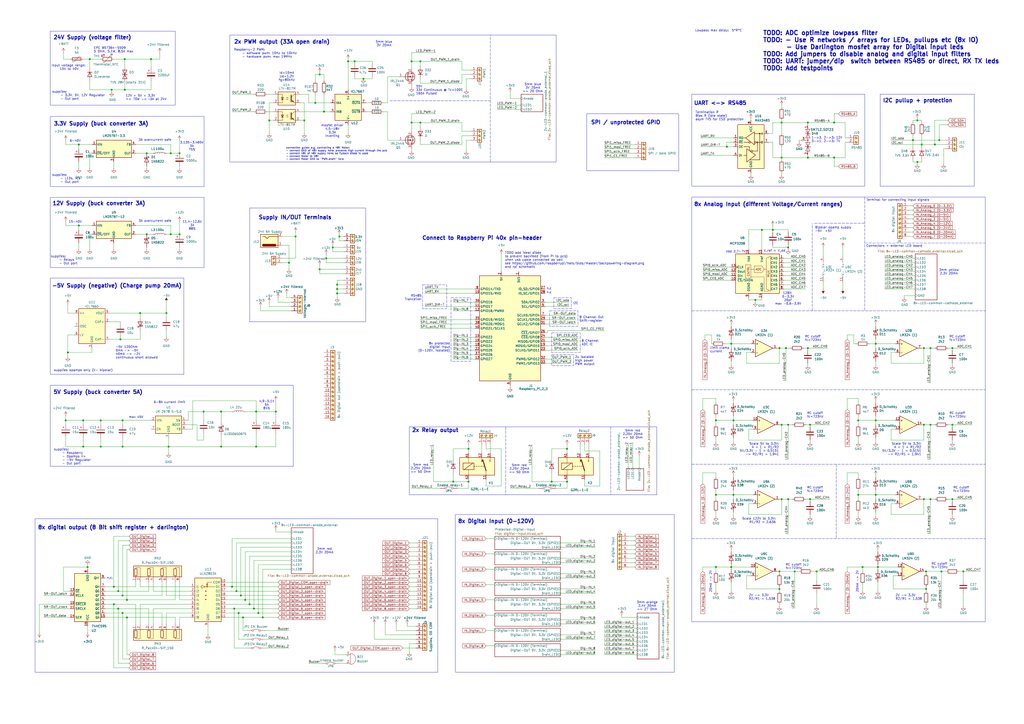
<source format=kicad_sch>
(kicad_sch
	(version 20231120)
	(generator "eeschema")
	(generator_version "8.0")
	(uuid "af4d11a6-73e1-4c39-a25e-5fe7dfa07237")
	(paper "A2")
	
	(junction
		(at 139.7 345.44)
		(diameter 0)
		(color 0 0 0 0)
		(uuid "01a8e618-7e14-4882-9136-a12536116a47")
	)
	(junction
		(at 48.26 259.08)
		(diameter 0)
		(color 0 0 0 0)
		(uuid "04e54955-95ed-4070-adbb-7cee1b2c7a8b")
	)
	(junction
		(at 135.89 353.06)
		(diameter 0)
		(color 0 0 0 0)
		(uuid "05eca1c0-0042-44d8-82a8-b1f48175c33d")
	)
	(junction
		(at 483.87 91.44)
		(diameter 0)
		(color 0 0 0 0)
		(uuid "06f335d7-63de-4572-a20a-022b6c7f93c9")
	)
	(junction
		(at 542.29 83.82)
		(diameter 0)
		(color 0 0 0 0)
		(uuid "072c8fc6-89d0-4715-8ea4-dd9134761f17")
	)
	(junction
		(at 529.59 81.28)
		(diameter 0)
		(color 0 0 0 0)
		(uuid "07823899-5798-4592-8eff-8b1fe5858f30")
	)
	(junction
		(at 210.82 45.72)
		(diameter 0)
		(color 0 0 0 0)
		(uuid "0c7b1ae2-c684-4906-92c2-8dfa0b9613b9")
	)
	(junction
		(at 182.88 59.69)
		(diameter 0)
		(color 0 0 0 0)
		(uuid "0eedc99b-ff42-4961-8286-6066dee5c8fe")
	)
	(junction
		(at 455.93 201.93)
		(diameter 0)
		(color 0 0 0 0)
		(uuid "0fefb793-9883-40a2-bd83-f35b47e8dbdb")
	)
	(junction
		(at 66.04 340.36)
		(diameter 0)
		(color 0 0 0 0)
		(uuid "10026633-9ac7-4b72-aa53-10151f42da81")
	)
	(junction
		(at 71.12 243.84)
		(diameter 0)
		(color 0 0 0 0)
		(uuid "105d8991-ac05-4276-b194-5060bc474cf0")
	)
	(junction
		(at 424.18 328.93)
		(diameter 0)
		(color 0 0 0 0)
		(uuid "11161079-c1a9-4ebe-8de9-fa873f6e9640")
	)
	(junction
		(at 176.53 69.85)
		(diameter 0)
		(color 0 0 0 0)
		(uuid "11580b8b-6675-41d3-b33d-e1ed958eda93")
	)
	(junction
		(at 152.4 358.14)
		(diameter 0)
		(color 0 0 0 0)
		(uuid "119c3b35-4b9f-4318-9220-02559deba15e")
	)
	(junction
		(at 185.42 43.18)
		(diameter 0)
		(color 0 0 0 0)
		(uuid "14ee932b-b4bf-415b-ab21-01e0b930417b")
	)
	(junction
		(at 39.37 204.47)
		(diameter 0)
		(color 0 0 0 0)
		(uuid "16107448-b037-4021-a9bb-1fb19d6f36c7")
	)
	(junction
		(at 468.63 71.12)
		(diameter 0)
		(color 0 0 0 0)
		(uuid "1827b75e-5515-4844-a399-117e6918fd73")
	)
	(junction
		(at 532.13 93.98)
		(diameter 0)
		(color 0 0 0 0)
		(uuid "1c476741-4a7f-44e7-a84a-5b0fc50d1df8")
	)
	(junction
		(at 72.39 52.07)
		(diameter 0)
		(color 0 0 0 0)
		(uuid "1ca1e8b3-a925-433d-8b97-4bcdb1b98a40")
	)
	(junction
		(at 457.2 246.38)
		(diameter 0)
		(color 0 0 0 0)
		(uuid "209182a8-b4b9-40cd-b5b2-bd90b860e927")
	)
	(junction
		(at 461.01 331.47)
		(diameter 0)
		(color 0 0 0 0)
		(uuid "2108f88e-bd30-4e37-bd43-f81a6b0a951c")
	)
	(junction
		(at 271.78 260.35)
		(diameter 0)
		(color 0 0 0 0)
		(uuid "213f96fc-26d9-4cf1-83bd-f4336ef00b81")
	)
	(junction
		(at 320.04 279.4)
		(diameter 0)
		(color 0 0 0 0)
		(uuid "236f3f4e-76e9-4351-baf1-7665cdb427aa")
	)
	(junction
		(at 144.78 350.52)
		(diameter 0)
		(color 0 0 0 0)
		(uuid "24719f92-8210-4aa7-b4fb-885fcf560860")
	)
	(junction
		(at 128.27 238.76)
		(diameter 0)
		(color 0 0 0 0)
		(uuid "28045595-b22a-4b06-9953-9f52298bbfc3")
	)
	(junction
		(at 425.45 287.02)
		(diameter 0)
		(color 0 0 0 0)
		(uuid "28934ae1-6d54-433a-8602-d8951919fe72")
	)
	(junction
		(at 238.76 35.56)
		(diameter 0)
		(color 0 0 0 0)
		(uuid "2a544a35-89e9-4403-a76e-deca404b0df4")
	)
	(junction
		(at 453.39 71.12)
		(diameter 0)
		(color 0 0 0 0)
		(uuid "2d47b40e-d23f-458b-8bda-f40f4a63d16c")
	)
	(junction
		(at 415.29 287.02)
		(diameter 0)
		(color 0 0 0 0)
		(uuid "2f3e2706-66a2-4ddc-84d7-d0f87e408bee")
	)
	(junction
		(at 52.07 34.29)
		(diameter 0)
		(color 0 0 0 0)
		(uuid "323916cf-5786-4346-bdcd-89c81cb32737")
	)
	(junction
		(at 171.45 137.16)
		(diameter 0)
		(color 0 0 0 0)
		(uuid "36c7ffc8-59d3-497b-8dce-a7b0d2f66aca")
	)
	(junction
		(at 185.42 156.21)
		(diameter 0)
		(color 0 0 0 0)
		(uuid "36d68065-ce7c-4d04-bfc0-73baed985380")
	)
	(junction
		(at 48.26 243.84)
		(diameter 0)
		(color 0 0 0 0)
		(uuid "383ef42e-22d7-43b3-89d3-2af42737728c")
	)
	(junction
		(at 535.94 246.38)
		(diameter 0)
		(color 0 0 0 0)
		(uuid "3ae78f7f-94a6-4485-a6b5-d7ce73e1abef")
	)
	(junction
		(at 50.8 328.93)
		(diameter 0)
		(color 0 0 0 0)
		(uuid "3c754c5e-b249-46c4-9d05-9f550316aca5")
	)
	(junction
		(at 415.29 328.93)
		(diameter 0)
		(color 0 0 0 0)
		(uuid "3e62f561-0d72-4e6a-934a-49655edcba7a")
	)
	(junction
		(at 196.85 137.16)
		(diameter 0)
		(color 0 0 0 0)
		(uuid "4165b357-897a-49f2-9ef7-d976d8e6b00f")
	)
	(junction
		(at 58.42 243.84)
		(diameter 0)
		(color 0 0 0 0)
		(uuid "422bc740-9691-4697-b466-286d91cb40aa")
	)
	(junction
		(at 448.31 133.35)
		(diameter 0)
		(color 0 0 0 0)
		(uuid "42f8f2a2-d4f1-4f85-a7f3-af76fd15f334")
	)
	(junction
		(at 81.28 181.61)
		(diameter 0)
		(color 0 0 0 0)
		(uuid "49b65474-3c4a-461b-8a68-40a6b20540ce")
	)
	(junction
		(at 535.94 201.93)
		(diameter 0)
		(color 0 0 0 0)
		(uuid "4c28afa4-cb18-4457-bfd3-5c53dabd8baa")
	)
	(junction
		(at 66.04 350.52)
		(diameter 0)
		(color 0 0 0 0)
		(uuid "4dd49bce-72c0-4885-aaa1-4fc2ceee5ed9")
	)
	(junction
		(at 438.15 173.99)
		(diameter 0)
		(color 0 0 0 0)
		(uuid "4e57230f-aabe-47d0-b863-f2adc3d1ffe4")
	)
	(junction
		(at 537.21 331.47)
		(diameter 0)
		(color 0 0 0 0)
		(uuid "51a2075d-152f-4706-892e-e33346bc5c7c")
	)
	(junction
		(at 469.9 289.56)
		(diameter 0)
		(color 0 0 0 0)
		(uuid "5350fbf4-d95b-437a-9686-20f0bf58d3a4")
	)
	(junction
		(at 534.67 83.82)
		(diameter 0)
		(color 0 0 0 0)
		(uuid "53d66afe-70cb-456e-9b1b-03e37a30427c")
	)
	(junction
		(at 535.94 289.56)
		(diameter 0)
		(color 0 0 0 0)
		(uuid "5453c15f-3da7-498f-b4d4-eefd4a32800e")
	)
	(junction
		(at 71.12 259.08)
		(diameter 0)
		(color 0 0 0 0)
		(uuid "548e2dfb-04f2-4d21-ab49-d803782e4bea")
	)
	(junction
		(at 497.84 243.84)
		(diameter 0)
		(color 0 0 0 0)
		(uuid "57a339c8-b411-45ff-a169-a3416d23d890")
	)
	(junction
		(at 328.93 279.4)
		(diameter 0)
		(color 0 0 0 0)
		(uuid "58641e9a-dfea-4a17-a599-d3f20704b922")
	)
	(junction
		(at 104.14 135.89)
		(diameter 0)
		(color 0 0 0 0)
		(uuid "5b0eb3d4-c4be-4d9b-9e7b-ef02c7a05fa6")
	)
	(junction
		(at 552.45 246.38)
		(diameter 0)
		(color 0 0 0 0)
		(uuid "5fd46808-879e-44b8-af18-96d3e87ab16f")
	)
	(junction
		(at 104.14 88.9)
		(diameter 0)
		(color 0 0 0 0)
		(uuid "6030d6cb-547f-4627-bb7a-29b5d50e2d7c")
	)
	(junction
		(at 532.13 69.85)
		(diameter 0)
		(color 0 0 0 0)
		(uuid "60649139-4bdd-472e-9af5-360b27505cfe")
	)
	(junction
		(at 45.72 83.82)
		(diameter 0)
		(color 0 0 0 0)
		(uuid "61300700-7a6f-4cf0-89e3-de24251aaf76")
	)
	(junction
		(at 500.38 328.93)
		(diameter 0)
		(color 0 0 0 0)
		(uuid "628c5c50-25e2-4f91-8c48-b88818b7ae22")
	)
	(junction
		(at 508 243.84)
		(diameter 0)
		(color 0 0 0 0)
		(uuid "681b0c0c-503e-42b4-b413-9d8b61948eb7")
	)
	(junction
		(at 189.23 149.86)
		(diameter 0)
		(color 0 0 0 0)
		(uuid "6cf7d574-f4cc-4d2d-aaa4-333b42743989")
	)
	(junction
		(at 201.93 35.56)
		(diameter 0)
		(color 0 0 0 0)
		(uuid "6f8dae14-e5bb-4ed3-8136-992dd6b276bb")
	)
	(junction
		(at 441.96 133.35)
		(diameter 0)
		(color 0 0 0 0)
		(uuid "71c80c36-cea0-487c-bcb3-ac90e6cf6909")
	)
	(junction
		(at 99.06 135.89)
		(diameter 0)
		(color 0 0 0 0)
		(uuid "72aa6fa5-05f9-4fb4-9b06-f61f0b76719e")
	)
	(junction
		(at 497.84 287.02)
		(diameter 0)
		(color 0 0 0 0)
		(uuid "72cd6455-fb65-4b52-8421-80100f0ddc8f")
	)
	(junction
		(at 68.58 342.9)
		(diameter 0)
		(color 0 0 0 0)
		(uuid "751fb691-f4d4-4afb-8c99-237d44216e6a")
	)
	(junction
		(at 142.24 347.98)
		(diameter 0)
		(color 0 0 0 0)
		(uuid "75331210-328d-4b01-a051-ab734c1e4329")
	)
	(junction
		(at 160.02 238.76)
		(diameter 0)
		(color 0 0 0 0)
		(uuid "75c001cd-17a9-469a-b125-e6fab77c80b6")
	)
	(junction
		(at 457.2 143.51)
		(diameter 0)
		(color 0 0 0 0)
		(uuid "7b6a19d9-d84c-4ace-9ad2-e52657e5669a")
	)
	(junction
		(at 96.52 181.61)
		(diameter 0)
		(color 0 0 0 0)
		(uuid "7e3134f9-4b48-4e64-b337-949ca5145048")
	)
	(junction
		(at 167.64 152.4)
		(diameter 0)
		(color 0 0 0 0)
		(uuid "7e34b571-ccc5-431c-9beb-4c51058dace2")
	)
	(junction
		(at 452.12 331.47)
		(diameter 0)
		(color 0 0 0 0)
		(uuid "7eee6ae0-e862-4cf5-a20a-077da3b5824a")
	)
	(junction
		(at 552.45 201.93)
		(diameter 0)
		(color 0 0 0 0)
		(uuid "85be4b5b-1dd3-4429-a51f-714f415e4cb3")
	)
	(junction
		(at 58.42 259.08)
		(diameter 0)
		(color 0 0 0 0)
		(uuid "8858408f-f194-4c4f-bd3d-5f79bdeb0f2d")
	)
	(junction
		(at 195.58 165.1)
		(diameter 0)
		(color 0 0 0 0)
		(uuid "88c2711e-5b03-40e9-b711-09a368eecd39")
	)
	(junction
		(at 148.59 259.08)
		(diameter 0)
		(color 0 0 0 0)
		(uuid "89ab178e-a455-4ee1-9c37-6616d82dbbfd")
	)
	(junction
		(at 99.06 88.9)
		(diameter 0)
		(color 0 0 0 0)
		(uuid "8a14436b-3658-4869-9928-b6970ddfd0dd")
	)
	(junction
		(at 425.45 243.84)
		(diameter 0)
		(color 0 0 0 0)
		(uuid "8c0d1323-aeaa-4fdf-940b-e96e8f624588")
	)
	(junction
		(at 508 287.02)
		(diameter 0)
		(color 0 0 0 0)
		(uuid "8c384515-970b-4a9b-9d25-34f7c7cf5a31")
	)
	(junction
		(at 205.74 35.56)
		(diameter 0)
		(color 0 0 0 0)
		(uuid "900094c6-ad82-42ce-b9e4-bbff1fbd4f7d")
	)
	(junction
		(at 45.72 130.81)
		(diameter 0)
		(color 0 0 0 0)
		(uuid "9ce26f46-c13d-457f-b7ea-3cb9a3964209")
	)
	(junction
		(at 87.63 34.29)
		(diameter 0)
		(color 0 0 0 0)
		(uuid "9e5cf790-7802-46af-ab1e-37a6016aa652")
	)
	(junction
		(at 537.21 341.63)
		(diameter 0)
		(color 0 0 0 0)
		(uuid "9f9cd4a1-53b7-4b90-939d-1f42f0144daf")
	)
	(junction
		(at 71.12 345.44)
		(diameter 0)
		(color 0 0 0 0)
		(uuid "a02a0c35-7237-4690-930d-ae7d81a03d46")
	)
	(junction
		(at 148.59 238.76)
		(diameter 0)
		(color 0 0 0 0)
		(uuid "a1035066-f2bd-42c1-b35e-660253af95e6")
	)
	(junction
		(at 156.21 69.85)
		(diameter 0)
		(color 0 0 0 0)
		(uuid "a156600e-b17b-40ee-9338-2875dd6af119")
	)
	(junction
		(at 38.1 243.84)
		(diameter 0)
		(color 0 0 0 0)
		(uuid "a1588343-c251-454b-b53e-fff8eaaaa3ac")
	)
	(junction
		(at 421.64 85.09)
		(diameter 0)
		(color 0 0 0 0)
		(uuid "a3b0547d-f7ce-442b-817a-271db96a0661")
	)
	(junction
		(at 457.2 289.56)
		(diameter 0)
		(color 0 0 0 0)
		(uuid "a647ae42-673a-4b30-ba91-f5c0de2d1fb1")
	)
	(junction
		(at 415.29 243.84)
		(diameter 0)
		(color 0 0 0 0)
		(uuid "a8916f2a-3760-4408-a711-e8008e50a42d")
	)
	(junction
		(at 552.45 289.56)
		(diameter 0)
		(color 0 0 0 0)
		(uuid "a8b20a5e-2fbe-4704-8e22-2faf27846df8")
	)
	(junction
		(at 469.9 246.38)
		(diameter 0)
		(color 0 0 0 0)
		(uuid "aad29792-d123-4844-9da8-1df2be24a9d5")
	)
	(junction
		(at 509.27 328.93)
		(diameter 0)
		(color 0 0 0 0)
		(uuid "ab657e53-e46e-4daf-86ec-72046f57a401")
	)
	(junction
		(at 262.89 279.4)
		(diameter 0)
		(color 0 0 0 0)
		(uuid "ac1970be-fc9a-493a-b832-4f526b5d8a6f")
	)
	(junction
		(at 544.83 81.28)
		(diameter 0)
		(color 0 0 0 0)
		(uuid "ac4ac232-9a0f-4efe-bd40-aa7c1fcbaeed")
	)
	(junction
		(at 64.77 52.07)
		(diameter 0)
		(color 0 0 0 0)
		(uuid "aec62089-2d46-4a73-8fe2-9440797f680d")
	)
	(junction
		(at 193.04 143.51)
		(diameter 0)
		(color 0 0 0 0)
		(uuid "afe0a47e-780f-4d3f-922b-cf183727c03c")
	)
	(junction
		(at 140.97 358.14)
		(diameter 0)
		(color 0 0 0 0)
		(uuid "b03b65c9-d63a-4b4e-b4bc-bfd5bb85047b")
	)
	(junction
		(at 128.27 259.08)
		(diameter 0)
		(color 0 0 0 0)
		(uuid "b129a554-6918-436f-b908-937c28939470")
	)
	(junction
		(at 137.16 342.9)
		(diameter 0)
		(color 0 0 0 0)
		(uuid "b2e04b3a-0203-4e9b-b5fb-44711c9651f5")
	)
	(junction
		(at 195.58 167.64)
		(diameter 0)
		(color 0 0 0 0)
		(uuid "b2e8f750-2b92-45ce-8a68-634998755450")
	)
	(junction
		(at 85.09 135.89)
		(diameter 0)
		(color 0 0 0 0)
		(uuid "b75be159-2e10-4f46-b206-2354b78b9157")
	)
	(junction
		(at 483.87 71.12)
		(diameter 0)
		(color 0 0 0 0)
		(uuid "b75f83a7-ff43-422c-8aef-b23c65dc9f58")
	)
	(junction
		(at 452.12 341.63)
		(diameter 0)
		(color 0 0 0 0)
		(uuid "bc0e8895-a168-4b32-a3ae-032222041331")
	)
	(junction
		(at 85.09 88.9)
		(diameter 0)
		(color 0 0 0 0)
		(uuid "bcb07714-ac5e-4281-b3c3-552386782e56")
	)
	(junction
		(at 328.93 260.35)
		(diameter 0)
		(color 0 0 0 0)
		(uuid "c25e2208-2d4a-4a5d-b1b6-520bc7405c20")
	)
	(junction
		(at 71.12 355.6)
		(diameter 0)
		(color 0 0 0 0)
		(uuid "c2a7d60c-8406-4629-9f9f-20facc991908")
	)
	(junction
		(at 238.76 71.12)
		(diameter 0)
		(color 0 0 0 0)
		(uuid "c583ebaa-dbb1-42bf-9503-cd46d9d9c934")
	)
	(junction
		(at 424.18 199.39)
		(diameter 0)
		(color 0 0 0 0)
		(uuid "c5e0eb5b-7c3b-45d6-94c4-c8f1aeb4edda")
	)
	(junction
		(at 558.8 331.47)
		(diameter 0)
		(color 0 0 0 0)
		(uuid "c6fd9455-a40f-495c-b522-dad68ccccb40")
	)
	(junction
		(at 68.58 353.06)
		(diameter 0)
		(color 0 0 0 0)
		(uuid "c7252f51-5593-44ea-9ef0-15644cb2b836")
	)
	(junction
		(at 468.63 201.93)
		(diameter 0)
		(color 0 0 0 0)
		(uuid "c9a1a788-271b-4313-91ac-1eb41a1be2d1")
	)
	(junction
		(at 73.66 347.98)
		(diameter 0)
		(color 0 0 0 0)
		(uuid "ca97fd06-a20b-4255-9402-c6f0775648c9")
	)
	(junction
		(at 539.75 289.56)
		(diameter 0)
		(color 0 0 0 0)
		(uuid "cce9ddbf-6d0b-4bc9-aa3e-08b573ecddaa")
	)
	(junction
		(at 149.86 355.6)
		(diameter 0)
		(color 0 0 0 0)
		(uuid "cdb7cae5-fc07-4bbc-8ee6-837fb3913bf1")
	)
	(junction
		(at 539.75 246.38)
		(diameter 0)
		(color 0 0 0 0)
		(uuid "cef5d492-924d-4b16-915e-16292a4ec979")
	)
	(junction
		(at 546.1 331.47)
		(diameter 0)
		(color 0 0 0 0)
		(uuid "d3002e4b-d3e1-40cc-9b8a-5d2c7334c6dd")
	)
	(junction
		(at 539.75 201.93)
		(diameter 0)
		(color 0 0 0 0)
		(uuid "d5958f52-db39-4d96-9f5c-46cc0e0a9c13")
	)
	(junction
		(at 468.63 91.44)
		(diameter 0)
		(color 0 0 0 0)
		(uuid "d5f0980c-b894-41c8-ad9a-99d84da95533")
	)
	(junction
		(at 243.84 71.12)
		(diameter 0)
		(color 0 0 0 0)
		(uuid "d7f6abff-a394-48b0-8295-d13e407a04cb")
	)
	(junction
		(at 72.39 34.29)
		(diameter 0)
		(color 0 0 0 0)
		(uuid "d8f092e7-91d1-49cd-8b38-bfbac74525e6")
	)
	(junction
		(at 473.71 331.47)
		(diameter 0)
		(color 0 0 0 0)
		(uuid "dd672ca4-9aed-4510-a18a-eaf4c4b1b5b2")
	)
	(junction
		(at 508 199.39)
		(diameter 0)
		(color 0 0 0 0)
		(uuid "dd99b0be-8d82-412c-a9e5-745f68c0f208")
	)
	(junction
		(at 453.39 246.38)
		(diameter 0)
		(color 0 0 0 0)
		(uuid "e06e2f01-d838-48f6-8efa-7e05b926ca29")
	)
	(junction
		(at 271.78 279.4)
		(diameter 0)
		(color 0 0 0 0)
		(uuid "e0fcc60c-adef-4503-b67d-31eec596d694")
	)
	(junction
		(at 147.32 353.06)
		(diameter 0)
		(color 0 0 0 0)
		(uuid "e3108376-7dad-4cc8-8861-63d384004879")
	)
	(junction
		(at 187.96 64.77)
		(diameter 0)
		(color 0 0 0 0)
		(uuid "e5b099e1-f557-4448-b3d0-b283fc211558")
	)
	(junction
		(at 134.62 340.36)
		(diameter 0)
		(color 0 0 0 0)
		(uuid "e5bd5461-5bb2-4b08-87c8-6e463ef8db0a")
	)
	(junction
		(at 118.11 238.76)
		(diameter 0)
		(color 0 0 0 0)
		(uuid "e70a65f8-f7a2-47ed-978c-48ab0ab55eb7")
	)
	(junction
		(at 243.84 35.56)
		(diameter 0)
		(color 0 0 0 0)
		(uuid "e8615103-e90c-4f75-b440-b8fad443ff1e")
	)
	(junction
		(at 69.85 196.85)
		(diameter 0)
		(color 0 0 0 0)
		(uuid "eac55c9c-6217-4313-8428-a310d44dd53f")
	)
	(junction
		(at 453.39 91.44)
		(diameter 0)
		(color 0 0 0 0)
		(uuid "ed02a82a-9a4c-446b-b18a-c2e77fed11fa")
	)
	(junction
		(at 453.39 289.56)
		(diameter 0)
		(color 0 0 0 0)
		(uuid "ef6c709f-f6a8-4332-b336-2fc745163133")
	)
	(junction
		(at 97.79 259.08)
		(diameter 0)
		(color 0 0 0 0)
		(uuid "f74be3ca-6702-47ef-b237-4f888ce46f38")
	)
	(junction
		(at 195.58 170.18)
		(diameter 0)
		(color 0 0 0 0)
		(uuid "f7f75933-16ea-47d7-b287-2e617fa65d71")
	)
	(junction
		(at 138.43 355.6)
		(diameter 0)
		(color 0 0 0 0)
		(uuid "fae7fc45-5150-4de6-9de8-a36ec31aa312")
	)
	(junction
		(at 452.12 201.93)
		(diameter 0)
		(color 0 0 0 0)
		(uuid "fbce1fdb-db5b-4f19-bbb5-0a9c27bcbc89")
	)
	(junction
		(at 73.66 358.14)
		(diameter 0)
		(color 0 0 0 0)
		(uuid "fcfc1728-3653-4623-b7b5-a4e4cd6811ba")
	)
	(wire
		(pts
			(xy 457.2 142.24) (xy 457.2 143.51)
		)
		(stroke
			(width 0)
			(type default)
		)
		(uuid "0054231e-6c1c-4b62-a261-da803b448710")
	)
	(wire
		(pts
			(xy 199.39 152.4) (xy 189.23 152.4)
		)
		(stroke
			(width 0)
			(type default)
		)
		(uuid "00545783-b683-4c25-a5a8-313c6c100a89")
	)
	(wire
		(pts
			(xy 350.52 364.49) (xy 369.57 364.49)
		)
		(stroke
			(width 0)
			(type default)
		)
		(uuid "0059a5bd-5d4e-41f1-b8bf-105e91bea211")
	)
	(wire
		(pts
			(xy 237.49 327.66) (xy 241.3 327.66)
		)
		(stroke
			(width 0)
			(type default)
		)
		(uuid "00818073-0ff6-4df9-84ad-d009831f149e")
	)
	(wire
		(pts
			(xy 173.99 64.77) (xy 187.96 64.77)
		)
		(stroke
			(width 0)
			(type default)
		)
		(uuid "00912cef-7458-4250-9601-851325c17234")
	)
	(wire
		(pts
			(xy 173.99 54.61) (xy 179.07 54.61)
		)
		(stroke
			(width 0)
			(type default)
		)
		(uuid "00e44004-c513-4de5-a722-c1ec9c261caa")
	)
	(wire
		(pts
			(xy 415.29 339.09) (xy 415.29 342.9)
		)
		(stroke
			(width 0)
			(type default)
		)
		(uuid "00ef2f56-37bd-4ed0-aeb9-aa019bd24e2f")
	)
	(wire
		(pts
			(xy 138.43 370.84) (xy 138.43 355.6)
		)
		(stroke
			(width 0)
			(type default)
		)
		(uuid "00fdba94-28e0-4b7e-a3f6-8468a273182f")
	)
	(wire
		(pts
			(xy 469.9 246.38) (xy 469.9 247.65)
		)
		(stroke
			(width 0)
			(type default)
		)
		(uuid "01a5f7f5-381b-4726-8886-b420b25ccedd")
	)
	(wire
		(pts
			(xy 130.81 353.06) (xy 135.89 353.06)
		)
		(stroke
			(width 0)
			(type default)
		)
		(uuid "01f70877-5d35-4473-8154-b32633fb4439")
	)
	(wire
		(pts
			(xy 201.93 35.56) (xy 205.74 35.56)
		)
		(stroke
			(width 0)
			(type default)
		)
		(uuid "02432959-10b0-4f2a-af2d-7311d5fec00d")
	)
	(wire
		(pts
			(xy 345.44 317.5) (xy 325.12 317.5)
		)
		(stroke
			(width 0)
			(type default)
		)
		(uuid "025ad35c-64b0-47a8-a900-f118fd03ec35")
	)
	(wire
		(pts
			(xy 524.51 171.45) (xy 530.86 171.45)
		)
		(stroke
			(width 0)
			(type default)
		)
		(uuid "02ca2bcb-dc3d-41b8-b3bb-d6980a38a62d")
	)
	(wire
		(pts
			(xy 50.8 330.2) (xy 50.8 328.93)
		)
		(stroke
			(width 0)
			(type default)
		)
		(uuid "02caf3da-4dfe-464a-bed0-55c975aa32ca")
	)
	(wire
		(pts
			(xy 262.89 195.58) (xy 275.59 195.58)
		)
		(stroke
			(width 0)
			(type default)
		)
		(uuid "02f927d2-46f0-4067-bb2c-7b5ed625f8eb")
	)
	(wire
		(pts
			(xy 163.83 149.86) (xy 171.45 149.86)
		)
		(stroke
			(width 0)
			(type default)
		)
		(uuid "02fbffc1-1a80-4729-b02b-5df049ccd742")
	)
	(wire
		(pts
			(xy 267.97 76.2) (xy 267.97 71.12)
		)
		(stroke
			(width 0)
			(type default)
		)
		(uuid "030da04f-bb6a-49d5-a07a-b1ac13ef0d2c")
	)
	(wire
		(pts
			(xy 453.39 246.38) (xy 457.2 246.38)
		)
		(stroke
			(width 0)
			(type default)
		)
		(uuid "04304b2e-0c68-4a14-bbe0-0e23cac30e94")
	)
	(wire
		(pts
			(xy 288.29 63.5) (xy 302.26 63.5)
		)
		(stroke
			(width 0)
			(type default)
		)
		(uuid "0441f777-da59-4d51-9ce1-7f52d2030a3b")
	)
	(wire
		(pts
			(xy 529.59 71.12) (xy 529.59 69.85)
		)
		(stroke
			(width 0)
			(type default)
		)
		(uuid "0445f1c5-cbd7-41f2-81d5-6122602375c6")
	)
	(polyline
		(pts
			(xy 226.06 58.42) (xy 284.48 58.42)
		)
		(stroke
			(width 0)
			(type dash)
		)
		(uuid "0562829c-78ed-418e-bf83-3ad41711062d")
	)
	(wire
		(pts
			(xy 128.27 252.73) (xy 128.27 259.08)
		)
		(stroke
			(width 0)
			(type default)
		)
		(uuid "056eeaf6-cef0-4a15-9aa0-a138145aa6e3")
	)
	(wire
		(pts
			(xy 290.83 260.35) (xy 290.83 281.94)
		)
		(stroke
			(width 0)
			(type default)
		)
		(uuid "05769be8-6486-49a6-96aa-282d535c7d39")
	)
	(wire
		(pts
			(xy 434.34 144.78) (xy 434.34 133.35)
		)
		(stroke
			(width 0)
			(type default)
		)
		(uuid "05c7cccb-cca5-4623-97c8-040d9b4df307")
	)
	(wire
		(pts
			(xy 66.04 340.36) (xy 78.74 340.36)
		)
		(stroke
			(width 0)
			(type default)
		)
		(uuid "060a1e46-185f-46d5-bb25-4b502bfab042")
	)
	(wire
		(pts
			(xy 45.72 83.82) (xy 53.34 83.82)
		)
		(stroke
			(width 0)
			(type default)
		)
		(uuid "062e080a-8aeb-47cc-970e-09456cd360cd")
	)
	(wire
		(pts
			(xy 454.66 149.86) (xy 467.36 149.86)
		)
		(stroke
			(width 0)
			(type default)
		)
		(uuid "068083fa-fce7-43b5-8463-4f98840e7a26")
	)
	(wire
		(pts
			(xy 93.98 345.44) (xy 93.98 337.82)
		)
		(stroke
			(width 0)
			(type default)
		)
		(uuid "0682b7ac-d716-40a5-af74-9d38bd3e4468")
	)
	(wire
		(pts
			(xy 290.83 281.94) (xy 281.94 281.94)
		)
		(stroke
			(width 0)
			(type default)
		)
		(uuid "06a1b25e-5913-4cbd-a6dc-df54f02c3062")
	)
	(wire
		(pts
			(xy 316.23 182.88) (xy 334.01 182.88)
		)
		(stroke
			(width 0)
			(type default)
		)
		(uuid "06d6f191-9971-474b-b097-e0a1a133101e")
	)
	(wire
		(pts
			(xy 74.93 313.69) (xy 68.58 313.69)
		)
		(stroke
			(width 0)
			(type default)
		)
		(uuid "0768423a-ac1c-4f99-9532-7ef87789f549")
	)
	(wire
		(pts
			(xy 81.28 191.77) (xy 81.28 196.85)
		)
		(stroke
			(width 0)
			(type default)
		)
		(uuid "07802d6c-0405-4611-8498-2921642973c9")
	)
	(wire
		(pts
			(xy 457.2 289.56) (xy 459.74 289.56)
		)
		(stroke
			(width 0)
			(type default)
		)
		(uuid "08d4afc6-7a52-4c48-90ea-de03339f3fec")
	)
	(wire
		(pts
			(xy 434.34 292.1) (xy 434.34 298.45)
		)
		(stroke
			(width 0)
			(type default)
		)
		(uuid "08da2754-5954-4cc6-88b7-c43418808a5f")
	)
	(wire
		(pts
			(xy 237.49 335.28) (xy 241.3 335.28)
		)
		(stroke
			(width 0)
			(type default)
		)
		(uuid "09105bff-0442-453e-b260-c98527da345d")
	)
	(wire
		(pts
			(xy 69.85 196.85) (xy 63.5 196.85)
		)
		(stroke
			(width 0)
			(type default)
		)
		(uuid "09231105-ced3-4313-bf61-0ff5f84aa1d1")
	)
	(wire
		(pts
			(xy 454.66 152.4) (xy 467.36 152.4)
		)
		(stroke
			(width 0)
			(type default)
		)
		(uuid "0932f8bf-1781-41f0-8075-3b7e84ddb5c7")
	)
	(polyline
		(pts
			(xy 401.32 312.42) (xy 571.5 312.42)
		)
		(stroke
			(width 0)
			(type dash)
		)
		(uuid "094d5652-c661-4611-aef7-df74f3da51b8")
	)
	(wire
		(pts
			(xy 52.07 97.79) (xy 52.07 88.9)
		)
		(stroke
			(width 0)
			(type default)
		)
		(uuid "096d85b4-5d51-44af-82ba-979fa750f17a")
	)
	(wire
		(pts
			(xy 176.53 69.85) (xy 176.53 59.69)
		)
		(stroke
			(width 0)
			(type default)
		)
		(uuid "09c9e21f-8206-47ae-a9c8-c044bfbcae4a")
	)
	(wire
		(pts
			(xy 497.84 284.48) (xy 497.84 287.02)
		)
		(stroke
			(width 0)
			(type default)
		)
		(uuid "09d9a41a-af3c-4a91-ad4d-2c3b79cf9ec7")
	)
	(wire
		(pts
			(xy 50.8 367.03) (xy 50.8 363.22)
		)
		(stroke
			(width 0)
			(type default)
		)
		(uuid "0a051774-4cbb-4b66-bf37-8910fac947bb")
	)
	(wire
		(pts
			(xy 81.28 181.61) (xy 96.52 181.61)
		)
		(stroke
			(width 0)
			(type default)
		)
		(uuid "0a9bbdf8-1908-4d8c-8217-07db364293b0")
	)
	(wire
		(pts
			(xy 60.96 358.14) (xy 73.66 358.14)
		)
		(stroke
			(width 0)
			(type default)
		)
		(uuid "0aa33d96-2e44-4442-b63d-f8ede3d506ac")
	)
	(wire
		(pts
			(xy 415.29 274.32) (xy 415.29 276.86)
		)
		(stroke
			(width 0)
			(type default)
		)
		(uuid "0b798a4e-ae38-46ca-9967-253a2656e0f1")
	)
	(wire
		(pts
			(xy 68.58 384.81) (xy 68.58 353.06)
		)
		(stroke
			(width 0)
			(type default)
		)
		(uuid "0d64bcbd-9b4c-4f6e-98d3-beab5b2606b6")
	)
	(wire
		(pts
			(xy 88.9 342.9) (xy 110.49 342.9)
		)
		(stroke
			(width 0)
			(type default)
		)
		(uuid "0e92e4be-38e2-45e5-939b-f91def45932d")
	)
	(wire
		(pts
			(xy 497.84 243.84) (xy 497.84 246.38)
		)
		(stroke
			(width 0)
			(type default)
		)
		(uuid "0f4644b6-fa54-41ce-a769-bba1ac182829")
	)
	(wire
		(pts
			(xy 435.61 68.58) (xy 435.61 69.85)
		)
		(stroke
			(width 0)
			(type default)
		)
		(uuid "0fdad08b-4b60-4f92-976c-2a5e922013e0")
	)
	(wire
		(pts
			(xy 251.46 257.81) (xy 251.46 279.4)
		)
		(stroke
			(width 0)
			(type default)
		)
		(uuid "0fdb76a1-0d44-4ff6-a2d2-38a97251b0ec")
	)
	(wire
		(pts
			(xy 148.59 238.76) (xy 148.59 243.84)
		)
		(stroke
			(width 0)
			(type default)
		)
		(uuid "10545d38-a86d-4f4b-9d61-a90e5b83a28b")
	)
	(wire
		(pts
			(xy 491.49 274.32) (xy 497.84 274.32)
		)
		(stroke
			(width 0)
			(type default)
		)
		(uuid "10a6a44e-d783-4ce2-86b8-20bd8032d780")
	)
	(wire
		(pts
			(xy 262.89 203.2) (xy 275.59 203.2)
		)
		(stroke
			(width 0)
			(type default)
		)
		(uuid "10a757e5-89b9-4989-b591-35fa1e44e30a")
	)
	(wire
		(pts
			(xy 535.94 255.27) (xy 535.94 246.38)
		)
		(stroke
			(width 0)
			(type default)
		)
		(uuid "1103b789-e8a0-437b-b861-57f3bb0fe1fd")
	)
	(wire
		(pts
			(xy 148.59 238.76) (xy 160.02 238.76)
		)
		(stroke
			(width 0)
			(type default)
		)
		(uuid "11050421-263c-408e-9ff9-8d4704e38685")
	)
	(wire
		(pts
			(xy 508 209.55) (xy 508 212.09)
		)
		(stroke
			(width 0)
			(type default)
		)
		(uuid "110938bc-7e57-48c8-9cf6-d617786f4017")
	)
	(wire
		(pts
			(xy 316.23 185.42) (xy 334.01 185.42)
		)
		(stroke
			(width 0)
			(type default)
		)
		(uuid "119c66a0-9194-4112-8a35-c7ab420db9e3")
	)
	(wire
		(pts
			(xy 243.84 71.12) (xy 243.84 73.66)
		)
		(stroke
			(width 0)
			(type default)
		)
		(uuid "11c359c3-26fe-4117-8dcc-0f087608c0a4")
	)
	(wire
		(pts
			(xy 529.59 93.98) (xy 532.13 93.98)
		)
		(stroke
			(width 0)
			(type default)
		)
		(uuid "120cdc1a-687e-4eba-afd7-f1b2efe76e94")
	)
	(wire
		(pts
			(xy 368.3 326.39) (xy 364.49 326.39)
		)
		(stroke
			(width 0)
			(type default)
		)
		(uuid "1238accc-b1f4-495d-9555-1773ffdde48b")
	)
	(wire
		(pts
			(xy 407.67 231.14) (xy 415.29 231.14)
		)
		(stroke
			(width 0)
			(type default)
		)
		(uuid "1257bc49-635e-40d2-adbc-efdb0b93d729")
	)
	(wire
		(pts
			(xy 104.14 143.51) (xy 104.14 144.78)
		)
		(stroke
			(width 0)
			(type default)
		)
		(uuid "125a7d11-0e70-4fc2-ad30-a60c78e9f5a4")
	)
	(wire
		(pts
			(xy 199.39 156.21) (xy 185.42 156.21)
		)
		(stroke
			(width 0)
			(type default)
		)
		(uuid "1277afae-9962-4396-93da-5f8be530e087")
	)
	(wire
		(pts
			(xy 25.4 358.14) (xy 40.64 358.14)
		)
		(stroke
			(width 0)
			(type default)
		)
		(uuid "12a983d3-1186-4ca8-a60c-5c45001d78ec")
	)
	(wire
		(pts
			(xy 421.64 82.55) (xy 425.45 82.55)
		)
		(stroke
			(width 0)
			(type default)
		)
		(uuid "12d77e0a-5dcd-4dd0-8d7e-2bd92b3f4f23")
	)
	(wire
		(pts
			(xy 368.3 311.15) (xy 364.49 311.15)
		)
		(stroke
			(width 0)
			(type default)
		)
		(uuid "131e9cc7-fe99-45a7-b73f-6d1a85fbc334")
	)
	(wire
		(pts
			(xy 134.62 54.61) (xy 147.32 54.61)
		)
		(stroke
			(width 0)
			(type default)
		)
		(uuid "13498381-d22d-4321-8dae-bb4e3470f921")
	)
	(wire
		(pts
			(xy 534.67 93.98) (xy 534.67 92.71)
		)
		(stroke
			(width 0)
			(type default)
		)
		(uuid "135d3430-334d-4aef-a7e9-ae49e108ebcb")
	)
	(wire
		(pts
			(xy 160.02 251.46) (xy 160.02 259.08)
		)
		(stroke
			(width 0)
			(type default)
		)
		(uuid "137c88a4-e84c-4de9-8e08-42b4620e394d")
	)
	(wire
		(pts
			(xy 52.07 34.29) (xy 52.07 39.37)
		)
		(stroke
			(width 0)
			(type default)
		)
		(uuid "147be2c8-821e-4c84-a2e1-06b7f4973251")
	)
	(wire
		(pts
			(xy 448.31 143.51) (xy 457.2 143.51)
		)
		(stroke
			(width 0)
			(type default)
		)
		(uuid "14e2a1f5-5ec8-44d4-8c05-ee4cab2bd0fb")
	)
	(wire
		(pts
			(xy 527.05 132.08) (xy 529.59 132.08)
		)
		(stroke
			(width 0)
			(type default)
		)
		(uuid "14f8bc70-e152-47b8-b5b7-589734aa4ea8")
	)
	(wire
		(pts
			(xy 539.75 201.93) (xy 542.29 201.93)
		)
		(stroke
			(width 0)
			(type default)
		)
		(uuid "15621219-290f-410b-a757-cdd9d2345727")
	)
	(wire
		(pts
			(xy 513.08 154.94) (xy 530.86 154.94)
		)
		(stroke
			(width 0)
			(type default)
		)
		(uuid "15a95d69-ac4a-45ca-b8f6-2b9c3ce3b134")
	)
	(wire
		(pts
			(xy 452.12 331.47) (xy 452.12 332.74)
		)
		(stroke
			(width 0)
			(type default)
		)
		(uuid "1650821f-6f72-4ef4-81aa-36ef4033d5a7")
	)
	(wire
		(pts
			(xy 96.52 337.82) (xy 96.52 345.44)
		)
		(stroke
			(width 0)
			(type default)
		)
		(uuid "17133fa4-9e22-455f-99d1-e5ad0e844480")
	)
	(wire
		(pts
			(xy 524.51 171.45) (xy 524.51 172.72)
		)
		(stroke
			(width 0)
			(type default)
		)
		(uuid "17ab037c-9d54-480e-9ede-6b5741f81bf6")
	)
	(wire
		(pts
			(xy 96.52 345.44) (xy 110.49 345.44)
		)
		(stroke
			(width 0)
			(type default)
		)
		(uuid "17b72f9a-c181-4330-a138-b94bb453fd18")
	)
	(wire
		(pts
			(xy 452.12 210.82) (xy 452.12 201.93)
		)
		(stroke
			(width 0)
			(type default)
		)
		(uuid "17bbe78c-8ffb-4b23-9f87-29b2d98865bc")
	)
	(wire
		(pts
			(xy 262.89 180.34) (xy 275.59 180.34)
		)
		(stroke
			(width 0)
			(type default)
		)
		(uuid "18bd5913-41be-4769-8641-d6823b668dd5")
	)
	(wire
		(pts
			(xy 205.74 36.83) (xy 205.74 35.56)
		)
		(stroke
			(width 0)
			(type default)
		)
		(uuid "18dc0aef-b3db-4808-8839-8af1912155b4")
	)
	(wire
		(pts
			(xy 237.49 373.38) (xy 241.3 373.38)
		)
		(stroke
			(width 0)
			(type default)
		)
		(uuid "1995e748-4771-480d-8d31-bf8f590a5fd4")
	)
	(wire
		(pts
			(xy 539.75 201.93) (xy 539.75 222.25)
		)
		(stroke
			(width 0)
			(type default)
		)
		(uuid "19b51e1c-f57e-4764-b3c0-bb93f31043c2")
	)
	(wire
		(pts
			(xy 436.88 248.92) (xy 434.34 248.92)
		)
		(stroke
			(width 0)
			(type default)
		)
		(uuid "1a9d8fbd-579f-424a-9e77-5087a207aaee")
	)
	(wire
		(pts
			(xy 452.12 246.38) (xy 453.39 246.38)
		)
		(stroke
			(width 0)
			(type default)
		)
		(uuid "1aa8f332-c29d-4eb2-9746-0ba21528bbb1")
	)
	(wire
		(pts
			(xy 425.45 287.02) (xy 425.45 289.56)
		)
		(stroke
			(width 0)
			(type default)
		)
		(uuid "1ab50263-9f5c-45b0-a434-9b22b0ecc0b3")
	)
	(wire
		(pts
			(xy 229.87 361.95) (xy 229.87 365.76)
		)
		(stroke
			(width 0)
			(type default)
		)
		(uuid "1b0423a9-ac21-4381-b2bb-e077ef5bc744")
	)
	(wire
		(pts
			(xy 473.71 331.47) (xy 483.87 331.47)
		)
		(stroke
			(width 0)
			(type default)
		)
		(uuid "1b61ec39-a1f0-4ae9-998a-52f9c8a37aff")
	)
	(wire
		(pts
			(xy 71.12 345.44) (xy 93.98 345.44)
		)
		(stroke
			(width 0)
			(type default)
		)
		(uuid "1b7db8ef-e462-40ed-856c-eba3332fba95")
	)
	(wire
		(pts
			(xy 130.81 337.82) (xy 161.29 337.82)
		)
		(stroke
			(width 0)
			(type default)
		)
		(uuid "1b94c1e7-6993-4274-96f6-cad4ff032714")
	)
	(wire
		(pts
			(xy 85.09 88.9) (xy 88.9 88.9)
		)
		(stroke
			(width 0)
			(type default)
		)
		(uuid "1bc6767a-124e-4752-8da3-4dc2026b8aff")
	)
	(wire
		(pts
			(xy 415.29 297.18) (xy 415.29 299.72)
		)
		(stroke
			(width 0)
			(type default)
		)
		(uuid "1cd423c6-1734-4ded-95b9-a2f47a1cdd8c")
	)
	(wire
		(pts
			(xy 223.52 368.3) (xy 241.3 368.3)
		)
		(stroke
			(width 0)
			(type default)
		)
		(uuid "1cdef835-a997-4aab-a25f-77a45a5e5179")
	)
	(wire
		(pts
			(xy 508 243.84) (xy 519.43 243.84)
		)
		(stroke
			(width 0)
			(type default)
		)
		(uuid "1cf853d4-e902-45a8-88bd-a25890ed60dc")
	)
	(wire
		(pts
			(xy 251.46 279.4) (xy 262.89 279.4)
		)
		(stroke
			(width 0)
			(type default)
		)
		(uuid "1d3d64b3-6f1d-4f1a-ae88-95cfc9beaf80")
	)
	(wire
		(pts
			(xy 325.12 350.52) (xy 345.44 350.52)
		)
		(stroke
			(width 0)
			(type default)
		)
		(uuid "1d63371b-b18c-4c68-a193-5ab28dd79cb9")
	)
	(wire
		(pts
			(xy 281.94 365.76) (xy 287.02 365.76)
		)
		(stroke
			(width 0)
			(type default)
		)
		(uuid "1d7795af-a4ef-4ce8-83de-15241c71be52")
	)
	(wire
		(pts
			(xy 137.16 314.96) (xy 137.16 342.9)
		)
		(stroke
			(width 0)
			(type default)
		)
		(uuid "1d84ddc9-03e2-4cd3-891d-0bb88a36b9c5")
	)
	(wire
		(pts
			(xy 320.04 279.4) (xy 328.93 279.4)
		)
		(stroke
			(width 0)
			(type default)
		)
		(uuid "1d938c29-453c-4c11-a7b3-24d1eceeb21c")
	)
	(wire
		(pts
			(xy 71.12 259.08) (xy 97.79 259.08)
		)
		(stroke
			(width 0)
			(type default)
		)
		(uuid "1dfeaed5-ce45-412c-9536-200b58c4cd88")
	)
	(wire
		(pts
			(xy 519.43 292.1) (xy 516.89 292.1)
		)
		(stroke
			(width 0)
			(type default)
		)
		(uuid "1e53379a-7223-42df-9e4
... [524241 chars truncated]
</source>
